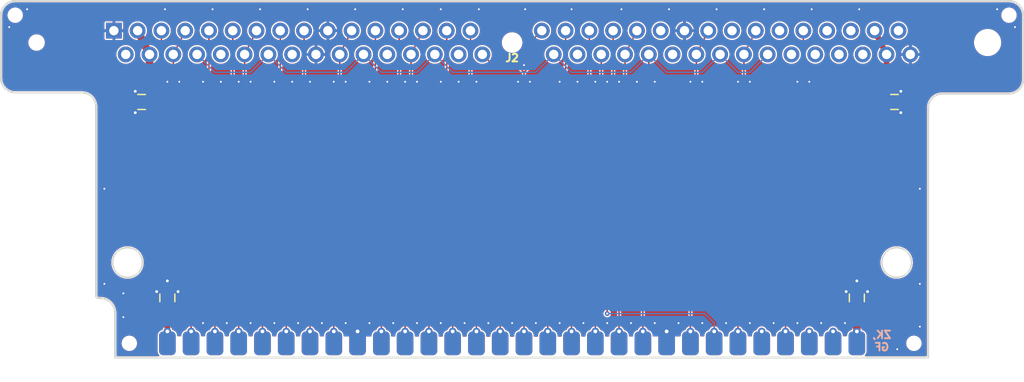
<source format=kicad_pcb>
(kicad_pcb (version 20211014) (generator pcbnew)
  (title_block (title "GW4192A") (date "2021-06-19") (rev "1.0-SOP") (company "Garrett's Workshop"))
  (layers (0 "F.Cu" signal) (31 "B.Cu" signal) (34 "B.Paste" user) (35 "F.Paste" user) (36 "B.SilkS" user "B.Silkscreen") (37 "F.SilkS" user "F.Silkscreen") (38 "B.Mask" user) (39 "F.Mask" user) (44 "Edge.Cuts" user))
  (net 0 "")
  (net 1 "+5V")
  (net 2 "/D0")
  (net 3 "/D1")
  (net 4 "/~{WE}")
  (net 5 "/~{RAS}")
  (net 6 "/~{CAS}")
  (net 7 "/D2")
  (net 8 "/D3")
  (net 9 "GND")
  (net 10 "/D4")
  (net 11 "/D5")
  (net 12 "/D6")
  (net 13 "/D7")
  (net 14 "/QP")
  (net 15 "/~{CASP}")
  (net 16 "/DP")
  (net 17 "/A0")
  (net 18 "/A1")
  (net 19 "/A2")
  (net 20 "/A3")
  (net 21 "/A4")
  (net 22 "/A5")
  (net 23 "/A6")
  (net 24 "/A7")
  (net 25 "/A8")
  (net 26 "/A9")
  (net 27 "/A10")
  (net 28 "/A11")
  (net 38 "/~{Q}B")
  (net 42 "/PQ")
  (net 43 "/~{WWP}")
  (net 44 "/PDCI")
  (net 45 "/PDCO")
  (footprint "stdpads:SIMM-30_Edge" (layer "F.Cu") (at 120.65 99.822)
    (fp_text reference "J1")
    (fp_text value "DRAM-SIMM-30")
    (pad "1" smd roundrect locked (at -36.83 0.254) (size 1.778 2.54) (layers "B.Cu" "B.Mask") (net 1 "+5V"))
    (pad "1" thru_hole circle locked (at -36.83 -1.016) (size 0.8 0.8) (drill 0.4) (layers *.Cu *.Mask) (net 1 "+5V"))
    (pad "1" smd roundrect locked (at -36.83 0.254) (size 1.778 2.54) (layers "F.Cu" "F.Mask") (net 1 "+5V"))
    (pad "2" smd roundrect locked (at -34.29 0.254) (size 1.778 2.54) (layers "F.Cu" "F.Mask") (net 6 "/~{CAS}"))
    (pad "2" smd roundrect locked (at -34.29 0.254) (size 1.778 2.54) (layers "B.Cu" "B.Mask") (net 6 "/~{CAS}"))
    (pad "2" thru_hole circle locked (at -34.29 -1.016) (size 0.8 0.8) (drill 0.4) (layers *.Cu *.Mask) (net 6 "/~{CAS}"))
    (pad "3" smd roundrect locked (at -31.75 0.254) (size 1.778 2.54) (layers "B.Cu" "B.Mask") (net 2 "/D0"))
    (pad "3" smd roundrect locked (at -31.75 0.254) (size 1.778 2.54) (layers "F.Cu" "F.Mask") (net 2 "/D0"))
    (pad "3" thru_hole circle locked (at -31.75 -1.016) (size 0.8 0.8) (drill 0.4) (layers *.Cu *.Mask) (net 2 "/D0"))
    (pad "4" thru_hole circle locked (at -29.21 -1.016) (size 0.8 0.8) (drill 0.4) (layers *.Cu *.Mask) (net 17 "/A0"))
    (pad "4" smd roundrect locked (at -29.21 0.254) (size 1.778 2.54) (layers "B.Cu" "B.Mask") (net 17 "/A0"))
    (pad "4" smd roundrect locked (at -29.21 0.254) (size 1.778 2.54) (layers "F.Cu" "F.Mask") (net 17 "/A0"))
    (pad "5" thru_hole circle locked (at -26.67 -1.016) (size 0.8 0.8) (drill 0.4) (layers *.Cu *.Mask) (net 18 "/A1"))
    (pad "5" smd roundrect locked (at -26.67 0.254) (size 1.778 2.54) (layers "F.Cu" "F.Mask") (net 18 "/A1"))
    (pad "5" smd roundrect locked (at -26.67 0.254) (size 1.778 2.54) (layers "B.Cu" "B.Mask") (net 18 "/A1"))
    (pad "6" smd roundrect locked (at -24.13 0.254) (size 1.778 2.54) (layers "F.Cu" "F.Mask") (net 3 "/D1"))
    (pad "6" thru_hole circle locked (at -24.13 -1.016) (size 0.8 0.8) (drill 0.4) (layers *.Cu *.Mask) (net 3 "/D1"))
    (pad "6" smd roundrect locked (at -24.13 0.254) (size 1.778 2.54) (layers "B.Cu" "B.Mask") (net 3 "/D1"))
    (pad "7" smd roundrect locked (at -21.59 0.254) (size 1.778 2.54) (layers "F.Cu" "F.Mask") (net 19 "/A2"))
    (pad "7" smd roundrect locked (at -21.59 0.254) (size 1.778 2.54) (layers "B.Cu" "B.Mask") (net 19 "/A2"))
    (pad "7" thru_hole circle locked (at -21.59 -1.016) (size 0.8 0.8) (drill 0.4) (layers *.Cu *.Mask) (net 19 "/A2"))
    (pad "8" thru_hole circle locked (at -19.05 -1.016) (size 0.8 0.8) (drill 0.4) (layers *.Cu *.Mask) (net 20 "/A3"))
    (pad "8" smd roundrect locked (at -19.05 0.254) (size 1.778 2.54) (layers "F.Cu" "F.Mask") (net 20 "/A3"))
    (pad "8" smd roundrect locked (at -19.05 0.254) (size 1.778 2.54) (layers "B.Cu" "B.Mask") (net 20 "/A3"))
    (pad "9" smd roundrect locked (at -16.51 0.254) (size 1.778 2.54) (layers "B.Cu" "B.Mask") (net 9 "GND"))
    (pad "9" thru_hole circle locked (at -16.51 -1.016) (size 0.8 0.8) (drill 0.4) (layers *.Cu *.Mask) (net 9 "GND"))
    (pad "9" smd roundrect locked (at -16.51 0.254) (size 1.778 2.54) (layers "F.Cu" "F.Mask") (net 9 "GND"))
    (pad "10" smd roundrect locked (at -13.97 0.254) (size 1.778 2.54) (layers "F.Cu" "F.Mask") (net 7 "/D2"))
    (pad "10" thru_hole circle locked (at -13.97 -1.016) (size 0.8 0.8) (drill 0.4) (layers *.Cu *.Mask) (net 7 "/D2"))
    (pad "10" smd roundrect locked (at -13.97 0.254) (size 1.778 2.54) (layers "B.Cu" "B.Mask") (net 7 "/D2"))
    (pad "11" smd roundrect locked (at -11.43 0.254) (size 1.778 2.54) (layers "B.Cu" "B.Mask") (net 21 "/A4"))
    (pad "11" smd roundrect locked (at -11.43 0.254) (size 1.778 2.54) (layers "F.Cu" "F.Mask") (net 21 "/A4"))
    (pad "11" thru_hole circle locked (at -11.43 -1.016) (size 0.8 0.8) (drill 0.4) (layers *.Cu *.Mask) (net 21 "/A4"))
    (pad "12" smd roundrect locked (at -8.89 0.254) (size 1.778 2.54) (layers "B.Cu" "B.Mask") (net 22 "/A5"))
    (pad "12" smd roundrect locked (at -8.89 0.254) (size 1.778 2.54) (layers "F.Cu" "F.Mask") (net 22 "/A5"))
    (pad "12" thru_hole circle locked (at -8.89 -1.016) (size 0.8 0.8) (drill 0.4) (layers *.Cu *.Mask) (net 22 "/A5"))
    (pad "13" smd roundrect locked (at -6.35 0.254) (size 1.778 2.54) (layers "F.Cu" "F.Mask") (net 8 "/D3"))
    (pad "13" smd roundrect locked (at -6.35 0.254) (size 1.778 2.54) (layers "B.Cu" "B.Mask") (net 8 "/D3"))
    (pad "13" thru_hole circle locked (at -6.35 -1.016) (size 0.8 0.8) (drill 0.4) (layers *.Cu *.Mask) (net 8 "/D3"))
    (pad "14" smd roundrect locked (at -3.81 0.254) (size 1.778 2.54) (layers "B.Cu" "B.Mask") (net 23 "/A6"))
    (pad "14" thru_hole circle locked (at -3.81 -1.016) (size 0.8 0.8) (drill 0.4) (layers *.Cu *.Mask) (net 23 "/A6"))
    (pad "14" smd roundrect locked (at -3.81 0.254) (size 1.778 2.54) (layers "F.Cu" "F.Mask") (net 23 "/A6"))
    (pad "15" smd roundrect locked (at -1.27 0.254) (size 1.778 2.54) (layers "F.Cu" "F.Mask") (net 24 "/A7"))
    (pad "15" smd roundrect locked (at -1.27 0.254) (size 1.778 2.54) (layers "B.Cu" "B.Mask") (net 24 "/A7"))
    (pad "15" thru_hole circle locked (at -1.27 -1.016) (size 0.8 0.8) (drill 0.4) (layers *.Cu *.Mask) (net 24 "/A7"))
    (pad "16" smd roundrect locked (at 1.27 0.254) (size 1.778 2.54) (layers "B.Cu" "B.Mask") (net 10 "/D4"))
    (pad "16" smd roundrect locked (at 1.27 0.254) (size 1.778 2.54) (layers "F.Cu" "F.Mask") (net 10 "/D4"))
    (pad "16" thru_hole circle locked (at 1.27 -1.016) (size 0.8 0.8) (drill 0.4) (layers *.Cu *.Mask) (net 10 "/D4"))
    (pad "17" smd roundrect locked (at 3.81 0.254) (size 1.778 2.54) (layers "B.Cu" "B.Mask") (net 25 "/A8"))
    (pad "17" thru_hole circle locked (at 3.81 -1.016) (size 0.8 0.8) (drill 0.4) (layers *.Cu *.Mask) (net 25 "/A8"))
    (pad "17" smd roundrect locked (at 3.81 0.254) (size 1.778 2.54) (layers "F.Cu" "F.Mask") (net 25 "/A8"))
    (pad "18" smd roundrect locked (at 6.35 0.254) (size 1.778 2.54) (layers "F.Cu" "F.Mask") (net 26 "/A9"))
    (pad "18" thru_hole circle locked (at 6.35 -1.016) (size 0.8 0.8) (drill 0.4) (layers *.Cu *.Mask) (net 26 "/A9"))
    (pad "18" smd roundrect locked (at 6.35 0.254) (size 1.778 2.54) (layers "B.Cu" "B.Mask") (net 26 "/A9"))
    (pad "19" smd roundrect locked (at 8.89 0.254) (size 1.778 2.54) (layers "B.Cu" "B.Mask") (net 27 "/A10"))
    (pad "19" thru_hole circle locked (at 8.89 -1.016) (size 0.8 0.8) (drill 0.4) (layers *.Cu *.Mask) (net 27 "/A10"))
    (pad "19" smd roundrect locked (at 8.89 0.254) (size 1.778 2.54) (layers "F.Cu" "F.Mask") (net 27 "/A10"))
    (pad "20" smd roundrect locked (at 11.43 0.254) (size 1.778 2.54) (layers "F.Cu" "F.Mask") (net 11 "/D5"))
    (pad "20" thru_hole circle locked (at 11.43 -1.016) (size 0.8 0.8) (drill 0.4) (layers *.Cu *.Mask) (net 11 "/D5"))
    (pad "20" smd roundrect locked (at 11.43 0.254) (size 1.778 2.54) (layers "B.Cu" "B.Mask") (net 11 "/D5"))
    (pad "21" thru_hole circle locked (at 13.97 -1.016) (size 0.8 0.8) (drill 0.4) (layers *.Cu *.Mask) (net 4 "/~{WE}"))
    (pad "21" smd roundrect locked (at 13.97 0.254) (size 1.778 2.54) (layers "F.Cu" "F.Mask") (net 4 "/~{WE}"))
    (pad "21" smd roundrect locked (at 13.97 0.254) (size 1.778 2.54) (layers "B.Cu" "B.Mask") (net 4 "/~{WE}"))
    (pad "22" smd roundrect locked (at 16.51 0.254) (size 1.778 2.54) (layers "B.Cu" "B.Mask") (net 9 "GND"))
    (pad "22" thru_hole circle locked (at 16.51 -1.016) (size 0.8 0.8) (drill 0.4) (layers *.Cu *.Mask) (net 9 "GND"))
    (pad "22" smd roundrect locked (at 16.51 0.254) (size 1.778 2.54) (layers "F.Cu" "F.Mask") (net 9 "GND"))
    (pad "23" thru_hole circle locked (at 19.05 -1.016) (size 0.8 0.8) (drill 0.4) (layers *.Cu *.Mask) (net 12 "/D6"))
    (pad "23" smd roundrect locked (at 19.05 0.254) (size 1.778 2.54) (layers "B.Cu" "B.Mask") (net 12 "/D6"))
    (pad "23" smd roundrect locked (at 19.05 0.254) (size 1.778 2.54) (layers "F.Cu" "F.Mask") (net 12 "/D6"))
    (pad "24" smd roundrect locked (at 21.59 0.254) (size 1.778 2.54) (layers "B.Cu" "B.Mask") (net 28 "/A11"))
    (pad "24" smd roundrect locked (at 21.59 0.254) (size 1.778 2.54) (layers "F.Cu" "F.Mask") (net 28 "/A11"))
    (pad "24" thru_hole circle locked (at 21.59 -1.016) (size 0.8 0.8) (drill 0.4) (layers *.Cu *.Mask) (net 28 "/A11"))
    (pad "25" smd roundrect locked (at 24.13 0.254) (size 1.778 2.54) (layers "B.Cu" "B.Mask") (net 13 "/D7"))
    (pad "25" smd roundrect locked (at 24.13 0.254) (size 1.778 2.54) (layers "F.Cu" "F.Mask") (net 13 "/D7"))
    (pad "25" thru_hole circle locked (at 24.13 -1.016) (size 0.8 0.8) (drill 0.4) (layers *.Cu *.Mask) (net 13 "/D7"))
    (pad "26" smd roundrect locked (at 26.67 0.254) (size 1.778 2.54) (layers "B.Cu" "B.Mask") (net 14 "/QP"))
    (pad "26" thru_hole circle locked (at 26.67 -1.016) (size 0.8 0.8) (drill 0.4) (layers *.Cu *.Mask) (net 14 "/QP"))
    (pad "26" smd roundrect locked (at 26.67 0.254) (size 1.778 2.54) (layers "F.Cu" "F.Mask") (net 14 "/QP"))
    (pad "27" smd roundrect locked (at 29.21 0.254) (size 1.778 2.54) (layers "F.Cu" "F.Mask") (net 5 "/~{RAS}"))
    (pad "27" thru_hole circle locked (at 29.21 -1.016) (size 0.8 0.8) (drill 0.4) (layers *.Cu *.Mask) (net 5 "/~{RAS}"))
    (pad "27" smd roundrect locked (at 29.21 0.254) (size 1.778 2.54) (layers "B.Cu" "B.Mask") (net 5 "/~{RAS}"))
    (pad "28" smd roundrect locked (at 31.75 0.254) (size 1.778 2.54) (layers "B.Cu" "B.Mask") (net 15 "/~{CASP}"))
    (pad "28" thru_hole circle locked (at 31.75 -1.016) (size 0.8 0.8) (drill 0.4) (layers *.Cu *.Mask) (net 15 "/~{CASP}"))
    (pad "28" smd roundrect locked (at 31.75 0.254) (size 1.778 2.54) (layers "F.Cu" "F.Mask") (net 15 "/~{CASP}"))
    (pad "29" smd roundrect locked (at 34.29 0.254) (size 1.778 2.54) (layers "F.Cu" "F.Mask") (net 16 "/DP"))
    (pad "29" thru_hole circle locked (at 34.29 -1.016) (size 0.8 0.8) (drill 0.4) (layers *.Cu *.Mask) (net 16 "/DP"))
    (pad "29" smd roundrect locked (at 34.29 0.254) (size 1.778 2.54) (layers "B.Cu" "B.Mask") (net 16 "/DP"))
    (pad "30" thru_hole circle locked (at 36.83 -1.016) (size 0.8 0.8) (drill 0.4) (layers *.Cu *.Mask) (net 1 "+5V"))
    (pad "30" smd roundrect locked (at 36.83 0.254) (size 1.778 2.54) (layers "B.Cu" "B.Mask") (net 1 "+5V"))
    (pad "30" smd roundrect locked (at 36.83 0.254) (size 1.778 2.54) (layers "F.Cu" "F.Mask") (net 1 "+5V"))
  )
  (footprint "stdpads:C_0805" (layer "F.Cu") (at 83.82 95.2255 90)
    (fp_text reference "C1")
    (fp_text value "2u2")
    (fp_line (start -0.4064 0.8) (end 0.4064 0.8) (layer "F.SilkS") (width 0.1524))
    (fp_line (start -0.4064 -0.8) (end 0.4064 -0.8) (layer "F.SilkS") (width 0.1524))
    (pad "1" smd roundrect locked (at -0.85 0 90) (size 1.05 1.4) (layers "F.Cu" "F.Paste" "F.Mask") (net 1 "+5V"))
    (pad "2" smd roundrect locked (at 0.85 0 90) (size 1.05 1.4) (layers "F.Cu" "F.Paste" "F.Mask") (net 9 "GND"))
  )
  (footprint "stdpads:C_0805" (layer "F.Cu") (at 157.48 95.2255 90)
    (fp_text reference "C2")
    (fp_text value "2u2")
    (fp_line (start -0.4064 -0.8) (end 0.4064 -0.8) (layer "F.SilkS") (width 0.1524))
    (fp_line (start -0.4064 0.8) (end 0.4064 0.8) (layer "F.SilkS") (width 0.1524))
    (pad "1" smd roundrect locked (at -0.85 0 90) (size 1.05 1.4) (layers "F.Cu" "F.Paste" "F.Mask") (net 1 "+5V"))
    (pad "2" smd roundrect locked (at 0.85 0 90) (size 1.05 1.4) (layers "F.Cu" "F.Paste" "F.Mask") (net 9 "GND"))
  )
  (footprint "stdpads:PasteHole_1.152mm_NPTH" (layer "F.Cu") (at 173.736 65.024)
    (fp_text reference "H2")
    (fp_text value "MountingHole" hide)
    (pad "" np_thru_hole circle locked (at 0 0) (size 1.152 1.152) (drill 1.152) (layers *.Cu *.Mask))
  )
  (footprint "stdpads:PasteHole_1.152mm_NPTH" (layer "F.Cu") (at 67.564 65.024)
    (fp_text reference "H1")
    (fp_text value "MountingHole" hide)
    (pad "" np_thru_hole circle locked (at 0 0) (size 1.152 1.152) (drill 1.152) (layers *.Cu *.Mask))
  )
  (footprint "stdpads:PasteHole_1.152mm_NPTH" (layer "F.Cu") (at 79.756 100.076)
    (fp_text reference "H4")
    (fp_text value "MountingHole" hide)
    (pad "" np_thru_hole circle locked (at 0 0) (size 1.152 1.152) (drill 1.152) (layers *.Cu *.Mask))
  )
  (footprint "stdpads:PasteHole_1.152mm_NPTH" (layer "F.Cu") (at 163.576 100.076)
    (fp_text reference "H3")
    (fp_text value "MountingHole" hide)
    (pad "" np_thru_hole circle locked (at 0 0) (size 1.152 1.152) (drill 1.152) (layers *.Cu *.Mask))
  )
  (footprint "stdpads:C_0805" (layer "F.Cu") (at 161.505 74.295)
    (fp_text reference "C4")
    (fp_text value "2u2")
    (fp_line (start -0.4064 -0.8) (end 0.4064 -0.8) (layer "F.SilkS") (width 0.1524))
    (fp_line (start -0.4064 0.8) (end 0.4064 0.8) (layer "F.SilkS") (width 0.1524))
    (pad "1" smd roundrect locked (at -0.85 0) (size 1.05 1.4) (layers "F.Cu" "F.Paste" "F.Mask") (net 1 "+5V"))
    (pad "2" smd roundrect locked (at 0.85 0) (size 1.05 1.4) (layers "F.Cu" "F.Paste" "F.Mask") (net 9 "GND"))
  )
  (footprint "stdpads:C_0805" (layer "F.Cu") (at 81.065 74.295 180)
    (fp_text reference "C3")
    (fp_text value "2u2")
    (fp_line (start -0.4064 0.8) (end 0.4064 0.8) (layer "F.SilkS") (width 0.1524))
    (fp_line (start -0.4064 -0.8) (end 0.4064 -0.8) (layer "F.SilkS") (width 0.1524))
    (pad "1" smd roundrect locked (at -0.85 0 180) (size 1.05 1.4) (layers "F.Cu" "F.Paste" "F.Mask") (net 1 "+5V"))
    (pad "2" smd roundrect locked (at 0.85 0 180) (size 1.05 1.4) (layers "F.Cu" "F.Paste" "F.Mask") (net 9 "GND"))
  )
  (footprint "stdpads:SIMM-64_Socket_TH_P1.27mm" (layer "F.Cu") (at 120.65 67.945 180)
    (fp_text reference "J2" (at 0 -1.651) (layer "F.SilkS") (effects (font (size 0.8128 0.8128) (thickness 0.2032))))
    (fp_text value "IIfxRAM")
    (pad "" np_thru_hole circle locked (at 0 0 180) (size 1.71 1.71) (drill 1.71) (layers *.Cu *.Mask))
    (pad "" np_thru_hole circle locked (at -50.8 0 180) (size 2.41 2.41) (drill 2.41) (layers *.Cu *.Mask))
    (pad "" np_thru_hole circle locked (at 50.8 0 180) (size 1.27 1.27) (drill 1.27) (layers *.Cu *.Mask))
    (pad "1" thru_hole rect locked (at 42.545 1.27 90) (size 1.7 1.7) (drill 1) (layers *.Cu *.Mask) (net 9 "GND"))
    (pad "2" thru_hole oval locked (at 41.275 -1.27 90) (size 1.7 1.7) (drill 1) (layers *.Cu *.Mask))
    (pad "3" thru_hole oval locked (at 40.005 1.27 90) (size 1.7 1.7) (drill 1) (layers *.Cu *.Mask) (net 1 "+5V"))
    (pad "4" thru_hole oval locked (at 38.735 -1.27 90) (size 1.7 1.7) (drill 1) (layers *.Cu *.Mask) (net 1 "+5V"))
    (pad "5" thru_hole oval locked (at 37.465 1.27 90) (size 1.7 1.7) (drill 1) (layers *.Cu *.Mask) (net 6 "/~{CAS}"))
    (pad "6" thru_hole oval locked (at 36.195 -1.27 90) (size 1.7 1.7) (drill 1) (layers *.Cu *.Mask) (net 2 "/D0"))
    (pad "7" thru_hole oval locked (at 34.925 1.27 90) (size 1.7 1.7) (drill 1) (layers *.Cu *.Mask) (net 2 "/D0"))
    (pad "8" thru_hole oval locked (at 33.655 -1.27 90) (size 1.7 1.7) (drill 1) (layers *.Cu *.Mask) (net 4 "/~{WE}"))
    (pad "9" thru_hole oval locked (at 32.385 1.27 90) (size 1.7 1.7) (drill 1) (layers *.Cu *.Mask) (net 17 "/A0"))
    (pad "10" thru_hole oval locked (at 31.115 -1.27 90) (size 1.7 1.7) (drill 1) (layers *.Cu *.Mask))
    (pad "11" thru_hole oval locked (at 29.845 1.27 90) (size 1.7 1.7) (drill 1) (layers *.Cu *.Mask) (net 18 "/A1"))
    (pad "12" thru_hole oval locked (at 28.575 -1.27 90) (size 1.7 1.7) (drill 1) (layers *.Cu *.Mask) (net 3 "/D1"))
    (pad "13" thru_hole oval locked (at 27.305 1.27 90) (size 1.7 1.7) (drill 1) (layers *.Cu *.Mask) (net 3 "/D1"))
    (pad "14" thru_hole oval locked (at 26.035 -1.27 90) (size 1.7 1.7) (drill 1) (layers *.Cu *.Mask) (net 4 "/~{WE}"))
    (pad "15" thru_hole oval locked (at 24.765 1.27 90) (size 1.7 1.7) (drill 1) (layers *.Cu *.Mask) (net 19 "/A2"))
    (pad "16" thru_hole oval locked (at 23.495 -1.27 90) (size 1.7 1.7) (drill 1) (layers *.Cu *.Mask))
    (pad "17" thru_hole oval locked (at 22.225 1.27 90) (size 1.7 1.7) (drill 1) (layers *.Cu *.Mask) (net 20 "/A3"))
    (pad "18" thru_hole oval locked (at 20.955 -1.27 90) (size 1.7 1.7) (drill 1) (layers *.Cu *.Mask) (net 9 "GND"))
    (pad "19" thru_hole oval locked (at 19.685 1.27 90) (size 1.7 1.7) (drill 1) (layers *.Cu *.Mask) (net 9 "GND"))
    (pad "20" thru_hole oval locked (at 18.415 -1.27 90) (size 1.7 1.7) (drill 1) (layers *.Cu *.Mask) (net 7 "/D2"))
    (pad "21" thru_hole oval locked (at 17.145 1.27 90) (size 1.7 1.7) (drill 1) (layers *.Cu *.Mask) (net 7 "/D2"))
    (pad "22" thru_hole oval locked (at 15.875 -1.27 90) (size 1.7 1.7) (drill 1) (layers *.Cu *.Mask) (net 4 "/~{WE}"))
    (pad "23" thru_hole oval locked (at 14.605 1.27 90) (size 1.7 1.7) (drill 1) (layers *.Cu *.Mask) (net 21 "/A4"))
    (pad "24" thru_hole oval locked (at 13.335 -1.27 90) (size 1.7 1.7) (drill 1) (layers *.Cu *.Mask))
    (pad "25" thru_hole oval locked (at 12.065 1.27 90) (size 1.7 1.7) (drill 1) (layers *.Cu *.Mask) (net 22 "/A5"))
    (pad "26" thru_hole oval locked (at 10.795 -1.27 90) (size 1.7 1.7) (drill 1) (layers *.Cu *.Mask) (net 8 "/D3"))
    (pad "27" thru_hole oval locked (at 9.525 1.27 90) (size 1.7 1.7) (drill 1) (layers *.Cu *.Mask) (net 8 "/D3"))
    (pad "28" thru_hole oval locked (at 8.255 -1.27 90) (size 1.7 1.7) (drill 1) (layers *.Cu *.Mask) (net 4 "/~{WE}"))
    (pad "29" thru_hole oval locked (at 6.985 1.27 90) (size 1.7 1.7) (drill 1) (layers *.Cu *.Mask) (net 23 "/A6"))
    (pad "30" thru_hole oval locked (at 5.715 -1.27 90) (size 1.7 1.7) (drill 1) (layers *.Cu *.Mask))
    (pad "31" thru_hole oval locked (at 4.445 1.27 90) (size 1.7 1.7) (drill 1) (layers *.Cu *.Mask) (net 24 "/A7"))
    (pad "32" thru_hole oval locked (at 3.175 -1.27 90) (size 1.7 1.7) (drill 1) (layers *.Cu *.Mask) (net 10 "/D4"))
    (pad "33" thru_hole oval locked (at -3.175 1.27 90) (size 1.7 1.7) (drill 1) (layers *.Cu *.Mask) (net 10 "/D4"))
    (pad "34" thru_hole oval locked (at -4.445 -1.27 90) (size 1.7 1.7) (drill 1) (layers *.Cu *.Mask) (net 4 "/~{WE}"))
    (pad "35" thru_hole oval locked (at -5.715 1.27 90) (size 1.7 1.7) (drill 1) (layers *.Cu *.Mask) (net 25 "/A8"))
    (pad "36" thru_hole oval locked (at -6.985 -1.27 90) (size 1.7 1.7) (drill 1) (layers *.Cu *.Mask))
    (pad "37" thru_hole oval locked (at -8.255 1.27 90) (size 1.7 1.7) (drill 1) (layers *.Cu *.Mask) (net 26 "/A9"))
    (pad "38" thru_hole oval locked (at -9.525 -1.27 90) (size 1.7 1.7) (drill 1) (layers *.Cu *.Mask) (net 27 "/A10"))
    (pad "39" thru_hole oval locked (at -10.795 1.27 90) (size 1.7 1.7) (drill 1) (layers *.Cu *.Mask) (net 28 "/A11"))
    (pad "40" thru_hole oval locked (at -12.065 -1.27 90) (size 1.7 1.7) (drill 1) (layers *.Cu *.Mask) (net 11 "/D5"))
    (pad "41" thru_hole oval locked (at -13.335 1.27 90) (size 1.7 1.7) (drill 1) (layers *.Cu *.Mask) (net 11 "/D5"))
    (pad "42" thru_hole oval locked (at -14.605 -1.27 90) (size 1.7 1.7) (drill 1) (layers *.Cu *.Mask) (net 4 "/~{WE}"))
    (pad "43" thru_hole oval locked (at -15.875 1.27 90) (size 1.7 1.7) (drill 1) (layers *.Cu *.Mask))
    (pad "44" thru_hole oval locked (at -17.145 -1.27 90) (size 1.7 1.7) (drill 1) (layers *.Cu *.Mask))
    (pad "45" thru_hole oval locked (at -18.415 1.27 90) (size 1.7 1.7) (drill 1) (layers *.Cu *.Mask) (net 9 "GND"))
    (pad "46" thru_hole oval locked (at -19.685 -1.27 90) (size 1.7 1.7) (drill 1) (layers *.Cu *.Mask) (net 12 "/D6"))
    (pad "47" thru_hole oval locked (at -20.955 1.27 90) (size 1.7 1.7) (drill 1) (layers *.Cu *.Mask) (net 12 "/D6"))
    (pad "48" thru_hole oval locked (at -22.225 -1.27 90) (size 1.7 1.7) (drill 1) (layers *.Cu *.Mask) (net 4 "/~{WE}"))
    (pad "49" thru_hole oval locked (at -23.495 1.27 90) (size 1.7 1.7) (drill 1) (layers *.Cu *.Mask))
    (pad "50" thru_hole oval locked (at -24.765 -1.27 90) (size 1.7 1.7) (drill 1) (layers *.Cu *.Mask) (net 13 "/D7"))
    (pad "51" thru_hole oval locked (at -26.035 1.27 90) (size 1.7 1.7) (drill 1) (layers *.Cu *.Mask) (net 13 "/D7"))
    (pad "52" thru_hole oval locked (at -27.305 -1.27 90) (size 1.7 1.7) (drill 1) (layers *.Cu *.Mask) (net 4 "/~{WE}"))
    (pad "53" thru_hole oval locked (at -28.575 1.27 90) (size 1.7 1.7) (drill 1) (layers *.Cu *.Mask) (net 38 "/~{Q}B"))
    (pad "54" thru_hole oval locked (at -29.845 -1.27 90) (size 1.7 1.7) (drill 1) (layers *.Cu *.Mask))
    (pad "55" thru_hole oval locked (at -31.115 1.27 90) (size 1.7 1.7) (drill 1) (layers *.Cu *.Mask) (net 5 "/~{RAS}"))
    (pad "56" thru_hole oval locked (at -32.385 -1.27 90) (size 1.7 1.7) (drill 1) (layers *.Cu *.Mask))
    (pad "57" thru_hole oval locked (at -33.655 1.27 90) (size 1.7 1.7) (drill 1) (layers *.Cu *.Mask))
    (pad "58" thru_hole oval locked (at -34.925 -1.27 90) (size 1.7 1.7) (drill 1) (layers *.Cu *.Mask) (net 42 "/PQ"))
    (pad "59" thru_hole oval locked (at -36.195 1.27 90) (size 1.7 1.7) (drill 1) (layers *.Cu *.Mask) (net 43 "/~{WWP}"))
    (pad "60" thru_hole oval locked (at -37.465 -1.27 90) (size 1.7 1.7) (drill 1) (layers *.Cu *.Mask) (net 44 "/PDCI"))
    (pad "61" thru_hole oval locked (at -38.735 1.27 90) (size 1.7 1.7) (drill 1) (layers *.Cu *.Mask) (net 1 "+5V"))
    (pad "62" thru_hole oval locked (at -40.005 -1.27 90) (size 1.7 1.7) (drill 1) (layers *.Cu *.Mask) (net 1 "+5V"))
    (pad "63" thru_hole oval locked (at -41.275 1.27 90) (size 1.7 1.7) (drill 1) (layers *.Cu *.Mask) (net 45 "/PDCO"))
    (pad "64" thru_hole oval locked (at -42.545 -1.27 90) (size 1.7 1.7) (drill 1) (layers *.Cu *.Mask) (net 9 "GND"))
  )
  (gr_line (start 76.2 94.996) (end 76.2 74.803) (layer "Edge.Cuts") (width 0.2))
  (gr_circle (center 161.7345 91.44) (end 163.322 91.44) (layer "Edge.Cuts") (width 0.15) (fill none))
  (gr_arc (start 173.736 63.5) (mid 174.813631 63.946369) (end 175.26 65.024) (layer "Edge.Cuts") (width 0.2))
  (gr_arc (start 66.04 65.024) (mid 66.486369 63.946369) (end 67.564 63.5) (layer "Edge.Cuts") (width 0.2))
  (gr_line (start 76.6445 95.25) (end 76.454 95.25) (layer "Edge.Cuts") (width 0.2))
  (gr_line (start 78.232 101.6) (end 78.232 96.8375) (layer "Edge.Cuts") (width 0.2))
  (gr_arc (start 76.454 95.25) (mid 76.274395 95.175605) (end 76.2 94.996) (layer "Edge.Cuts") (width 0.2))
  (gr_arc (start 76.6445 95.25) (mid 77.767032 95.714968) (end 78.232 96.8375) (layer "Edge.Cuts") (width 0.2))
  (gr_arc (start 175.26 71.882) (mid 174.813631 72.959631) (end 173.736 73.406) (layer "Edge.Cuts") (width 0.2))
  (gr_line (start 175.26 65.024) (end 175.26 71.882) (layer "Edge.Cuts") (width 0.2))
  (gr_arc (start 165.1 74.93) (mid 165.546369 73.852369) (end 166.624 73.406) (layer "Edge.Cuts") (width 0.2))
  (gr_line (start 173.736 73.406) (end 166.624 73.406) (layer "Edge.Cuts") (width 0.2))
  (gr_line (start 66.04 65.024) (end 66.04 71.755) (layer "Edge.Cuts") (width 0.2))
  (gr_line (start 67.564 73.279) (end 74.676 73.279) (layer "Edge.Cuts") (width 0.2))
  (gr_arc (start 67.564 73.279) (mid 66.486369 72.832631) (end 66.04 71.755) (layer "Edge.Cuts") (width 0.2))
  (gr_arc (start 74.676 73.279) (mid 75.753631 73.725369) (end 76.2 74.803) (layer "Edge.Cuts") (width 0.2))
  (gr_circle (center 79.5655 91.44) (end 77.978 91.44) (layer "Edge.Cuts") (width 0.15) (fill none))
  (gr_line (start 165.1 74.93) (end 165.1 101.6) (layer "Edge.Cuts") (width 0.2))
  (gr_line (start 165.1 101.6) (end 78.232 101.6) (layer "Edge.Cuts") (width 0.2))
  (gr_line (start 67.564 63.5) (end 173.736 63.5) (layer "Edge.Cuts") (width 0.2))
  (gr_text "ZK,\nGF" (at 160.147 99.822) (layer "B.SilkS") (effects (font (size 0.8128 0.8128) (thickness 0.2032)) (justify mirror)))
  (segment (start 81.788 94.107) (end 81.788 94.996) (width 0.6) (layer "F.Cu") (net 1))
  (segment (start 83.82 98.806) (end 83.82 96.0755) (width 0.6) (layer "F.Cu") (net 1))
  (segment (start 80.645 66.675) (end 81.915 69.215) (width 0.8) (layer "F.Cu") (net 1))
  (segment (start 157.48 96.0755) (end 157.48 98.806) (width 0.8) (layer "F.Cu") (net 1))
  (segment (start 81.915 74.295) (end 81.915 75.438) (width 0.6) (layer "F.Cu") (net 1))
  (segment (start 160.655 88.519) (end 160.655 74.295) (width 0.8) (layer "F.Cu") (net 1))
  (segment (start 156.4005 96.0755) (end 155.321 94.996) (width 0.8) (layer "F.Cu") (net 1))
  (segment (start 81.915 75.438) (end 82.2325 75.7555) (width 0.6) (layer "F.Cu") (net 1))
  (segment (start 82.2325 75.7555) (end 82.2325 93.6625) (width 0.6) (layer "F.Cu") (net 1))
  (segment (start 160.655 74.295) (end 160.655 69.215) (width 0.6) (layer "F.Cu") (net 1))
  (segment (start 160.655 69.215) (end 159.385 66.675) (width 0.6) (layer "F.Cu") (net 1))
  (segment (start 155.321 94.996) (end 155.321 93.853) (width 0.8) (layer "F.Cu") (net 1))
  (segment (start 81.788 94.996) (end 82.8675 96.0755) (width 0.6) (layer "F.Cu") (net 1))
  (segment (start 156.4005 96.0755) (end 157.48 96.0755) (width 0.8) (layer "F.Cu") (net 1))
  (segment (start 82.2325 93.6625) (end 81.788 94.107) (width 0.6) (layer "F.Cu") (net 1))
  (segment (start 82.8675 96.0755) (end 83.82 96.0755) (width 0.6) (layer "F.Cu") (net 1))
  (segment (start 155.321 93.853) (end 160.655 88.519) (width 0.8) (layer "F.Cu") (net 1))
  (segment (start 81.915 69.215) (end 81.915 74.295) (width 0.8) (layer "F.Cu") (net 1))
  (segment (start 88.9 98.806) (end 88.9 95.25) (width 0.1524) (layer "F.Cu") (net 2))
  (segment (start 88.9 95.25) (end 84.455 90.805) (width 0.1524) (layer "F.Cu") (net 2))
  (segment (start 84.455 90.805) (end 84.455 69.215) (width 0.1524) (layer "F.Cu") (net 2))
  (segment (start 88.9 100.076) (end 88.9 98.806) (width 0.1524) (layer "F.Cu") (net 2))
  (segment (start 85.725 66.675) (end 84.455 69.215) (width 0.1524) (layer "F.Cu") (net 2))
  (segment (start 93.345 66.675) (end 92.075 69.215) (width 0.1524) (layer "F.Cu") (net 3))
  (segment (start 92.075 69.215) (end 92.075 91.44) (width 0.1524) (layer "F.Cu") (net 3))
  (segment (start 96.52 100.076) (end 96.52 98.552) (width 0.1524) (layer "F.Cu") (net 3))
  (segment (start 96.52 95.885) (end 96.52 100.076) (width 0.1524) (layer "F.Cu") (net 3))
  (segment (start 92.075 91.44) (end 96.52 95.885) (width 0.1524) (layer "F.Cu") (net 3))
  (segment (start 134.62 95.25) (end 134.62 98.806) (width 0.1524) (layer "F.Cu") (net 4))
  (segment (start 135.255 69.215) (end 135.255 94.615) (width 0.1524) (layer "F.Cu") (net 4))
  (segment (start 135.255 94.615) (end 134.62 95.25) (width 0.1524) (layer "F.Cu") (net 4))
  (segment (start 114.3 71.12) (end 123.19 71.12) (width 0.1524) (layer "B.Cu") (net 4))
  (segment (start 92.71 71.12) (end 94.615 69.215) (width 0.1524) (layer "B.Cu") (net 4))
  (segment (start 125.095 69.215) (end 127 71.12) (width 0.1524) (layer "B.Cu") (net 4))
  (segment (start 123.19 71.12) (end 125.095 69.215) (width 0.1524) (layer "B.Cu") (net 4))
  (segment (start 133.35 71.12) (end 135.255 69.215) (width 0.1524) (layer "B.Cu") (net 4))
  (segment (start 88.9 71.12) (end 92.71 71.12) (width 0.1524) (layer "B.Cu") (net 4))
  (segment (start 96.52 71.12) (end 102.87 71.12) (width 0.1524) (layer "B.Cu") (net 4))
  (segment (start 110.49 71.12) (end 112.395 69.215) (width 0.1524) (layer "B.Cu") (net 4))
  (segment (start 112.395 69.215) (end 114.3 71.12) (width 0.1524) (layer "B.Cu") (net 4))
  (segment (start 135.255 69.215) (end 137.16 71.12) (width 0.1524) (layer "B.Cu") (net 4))
  (segment (start 104.775 69.215) (end 106.68 71.12) (width 0.1524) (layer "B.Cu") (net 4))
  (segment (start 127 71.12) (end 133.35 71.12) (width 0.1524) (layer "B.Cu") (net 4))
  (segment (start 94.615 69.215) (end 96.52 71.12) (width 0.1524) (layer "B.Cu") (net 4))
  (segment (start 140.97 71.12) (end 142.875 69.215) (width 0.1524) (layer "B.Cu") (net 4))
  (segment (start 146.05 71.12) (end 147.955 69.215) (width 0.1524) (layer "B.Cu") (net 4))
  (segment (start 144.78 71.12) (end 146.05 71.12) (width 0.1524) (layer "B.Cu") (net 4))
  (segment (start 86.995 69.215) (end 88.9 71.12) (width 0.1524) (layer "B.Cu") (net 4))
  (segment (start 106.68 71.12) (end 110.49 71.12) (width 0.1524) (layer "B.Cu") (net 4))
  (segment (start 102.87 71.12) (end 104.775 69.215) (width 0.1524) (layer "B.Cu") (net 4))
  (segment (start 137.16 71.12) (end 140.97 71.12) (width 0.1524) (layer "B.Cu") (net 4))
  (segment (start 142.875 69.215) (end 144.78 71.12) (width 0.1524) (layer "B.Cu") (net 4))
  (segment (start 149.86 100.076) (end 149.86 95.25) (width 0.1524) (layer "F.Cu") (net 5))
  (segment (start 149.86 95.25) (end 151.765 93.345) (width 0.1524) (layer "F.Cu") (net 5))
  (segment (start 151.765 93.345) (end 151.765 66.675) (width 0.1524) (layer "F.Cu") (net 5))
  (segment (start 86.36 94.615) (end 86.36 98.806) (width 0.1524) (layer "F.Cu") (net 6))
  (segment (start 83.185 91.44) (end 86.36 94.615) (width 0.1524) (layer "F.Cu") (net 6))
  (segment (start 83.185 66.675) (end 83.185 91.44) (width 0.1524) (layer "F.Cu") (net 6))
  (segment (start 103.505 66.675) (end 102.235 69.215) (width 0.1524) (layer "F.Cu") (net 7))
  (segment (start 106.68 95.885) (end 102.235 91.44) (width 0.1524) (layer "F.Cu") (net 7))
  (segment (start 102.235 91.44) (end 102.235 69.215) (width 0.1524) (layer "F.Cu") (net 7))
  (segment (start 106.68 98.806) (end 106.68 95.885) (width 0.1524) (layer "F.Cu") (net 7))
  (segment (start 111.125 66.675) (end 109.855 69.215) (width 0.1524) (layer "F.Cu") (net 8))
  (segment (start 109.855 69.215) (end 109.855 90.805) (width 0.1524) (layer "F.Cu") (net 8))
  (segment (start 109.855 90.805) (end 114.3 95.25) (width 0.1524) (layer "F.Cu") (net 8))
  (segment (start 114.3 95.25) (end 114.3 98.806) (width 0.1524) (layer "F.Cu") (net 8))
  (segment (start 83.82 94.3755) (end 83.82 93.4085) (width 0.6) (layer "F.Cu") (net 9))
  (segment (start 162.355 73.328) (end 162.179 73.152) (width 0.6) (layer "F.Cu") (net 9))
  (segment (start 157.48 94.3755) (end 156.513 94.3755) (width 0.6) (layer "F.Cu") (net 9))
  (segment (start 84.787 94.3755) (end 84.963 94.5515) (width 0.6) (layer "F.Cu") (net 9))
  (segment (start 82.853 94.3755) (end 82.677 94.5515) (width 0.6) (layer "F.Cu") (net 9))
  (segment (start 158.447 94.3755) (end 158.623 94.5515) (width 0.6) (layer "F.Cu") (net 9))
  (segment (start 80.215 75.262) (end 80.391 75.438) (width 0.6) (layer "F.Cu") (net 9))
  (segment (start 80.215 74.295) (end 80.215 73.328) (width 0.6) (layer "F.Cu") (net 9))
  (segment (start 80.215 74.295) (end 80.215 75.262) (width 0.6) (layer "F.Cu") (net 9))
  (segment (start 80.215 73.328) (end 80.391 73.152) (width 0.6) (layer "F.Cu") (net 9))
  (segment (start 83.82 94.3755) (end 82.853 94.3755) (width 0.6) (layer "F.Cu") (net 9))
  (segment (start 157.48 94.3755) (end 157.48 93.4085) (width 0.6) (layer "F.Cu") (net 9))
  (segment (start 83.82 94.3755) (end 84.787 94.3755) (width 0.6) (layer "F.Cu") (net 9))
  (segment (start 157.48 94.3755) (end 158.447 94.3755) (width 0.6) (layer "F.Cu") (net 9))
  (segment (start 162.355 74.295) (end 162.355 73.328) (width 0.6) (layer "F.Cu") (net 9))
  (segment (start 156.513 94.3755) (end 156.337 94.5515) (width 0.6) (layer "F.Cu") (net 9))
  (segment (start 162.355 74.295) (end 162.355 75.262) (width 0.6) (layer "F.Cu") (net 9))
  (segment (start 162.355 75.262) (end 162.179 75.438) (width 0.6) (layer "F.Cu") (net 9))
  (via (at 172.466 64.389) (size 0.508) (drill 0.2) (layers "F.Cu" "B.Cu") (net 9))
  (via (at 79.121 94.742) (size 0.508) (drill 0.2) (layers "F.Cu" "B.Cu") (net 9))
  (via (at 161.798 100.711) (size 0.508) (drill 0.2) (layers "F.Cu" "B.Cu") (net 9))
  (via (at 164.211 83.566) (size 0.508) (drill 0.2) (layers "F.Cu" "B.Cu") (net 9))
  (via (at 174.371 66.294) (size 0.508) (drill 0.2) (layers "F.Cu" "B.Cu") (net 9))
  (via (at 79.121 97.282) (size 0.508) (drill 0.2) (layers "F.Cu" "B.Cu") (net 9))
  (via (at 157.734 64.389) (size 0.508) (drill 0.2) (layers "F.Cu" "B.Cu") (net 9))
  (via (at 152.654 64.389) (size 0.508) (drill 0.2) (layers "F.Cu" "B.Cu") (net 9))
  (via (at 147.574 64.389) (size 0.508) (drill 0.2) (layers "F.Cu" "B.Cu") (net 9))
  (via (at 142.494 64.389) (size 0.508) (drill 0.2) (layers "F.Cu" "B.Cu") (net 9))
  (via (at 132.334 64.389) (size 0.508) (drill 0.2) (layers "F.Cu" "B.Cu") (net 9))
  (via (at 137.414 64.389) (size 0.508) (drill 0.2) (layers "F.Cu" "B.Cu") (net 9))
  (via (at 127 64.389) (size 0.508) (drill 0.2) (layers "F.Cu" "B.Cu") (net 9))
  (via (at 122.047 64.389) (size 0.508) (drill 0.2) (layers "F.Cu" "B.Cu") (net 9))
  (via (at 117.094 64.389) (size 0.508) (drill 0.2) (layers "F.Cu" "B.Cu") (net 9))
  (via (at 68.834 64.389) (size 0.508) (drill 0.2) (layers "F.Cu" "B.Cu") (net 9))
  (via (at 66.929 66.294) (size 0.508) (drill 0.2) (layers "F.Cu" "B.Cu") (net 9))
  (via (at 83.566 64.389) (size 0.508) (drill 0.2) (layers "F.Cu" "B.Cu") (net 9))
  (via (at 88.646 64.389) (size 0.508) (drill 0.2) (layers "F.Cu" "B.Cu") (net 9))
  (via (at 93.726 64.389) (size 0.508) (drill 0.2) (layers "F.Cu" "B.Cu") (net 9))
  (via (at 108.966 64.389) (size 0.508) (drill 0.2) (layers "F.Cu" "B.Cu") (net 9))
  (via (at 103.886 64.389) (size 0.508) (drill 0.2) (layers "F.Cu" "B.Cu") (net 9))
  (via (at 113.03 64.389) (size 0.508) (drill 0.2) (layers "F.Cu" "B.Cu") (net 9))
  (via (at 77.089 83.566) (size 0.508) (drill 0.2) (layers "F.Cu" "B.Cu") (net 9))
  (via (at 77.089 93.726) (size 0.508) (drill 0.2) (layers "F.Cu" "B.Cu") (net 9))
  (via (at 164.211 93.726) (size 0.508) (drill 0.2) (layers "F.Cu" "B.Cu") (net 9))
  (via (at 164.211 98.298) (size 0.508) (drill 0.2) (layers "F.Cu" "B.Cu") (net 9))
  (via (at 98.806 64.389) (size 0.508) (drill 0.2) (layers "F.Cu" "B.Cu") (net 9))
  (via (at 122.555 72.136) (size 0.508) (drill 0.2) (layers "F.Cu" "B.Cu") (net 9))
  (via (at 129.54 72.136) (size 0.508) (drill 0.2) (layers "F.Cu" "B.Cu") (net 9))
  (via (at 135.89 72.136) (size 0.508) (drill 0.2) (layers "F.Cu" "B.Cu") (net 9))
  (via (at 110.49 72.136) (size 0.508) (drill 0.2) (layers "F.Cu" "B.Cu") (net 9))
  (via (at 101.6 72.136) (size 0.508) (drill 0.2) (layers "F.Cu" "B.Cu") (net 9))
  (via (at 113.03 72.136) (size 0.508) (drill 0.2) (layers "F.Cu" "B.Cu") (net 9))
  (via (at 125.73 72.136) (size 0.508) (drill 0.2) (layers "F.Cu" "B.Cu") (net 9))
  (via (at 85.09 72.136) (size 0.508) (drill 0.2) (layers "F.Cu" "B.Cu") (net 9))
  (via (at 99.06 72.136) (size 0.508) (drill 0.2) (layers "F.Cu" "B.Cu") (net 9))
  (via (at 95.25 72.136) (size 0.508) (drill 0.2) (layers "F.Cu" "B.Cu") (net 9))
  (via (at 102.87 72.136) (size 0.508) (drill 0.2) (layers "F.Cu" "B.Cu") (net 9))
  (via (at 91.44 72.136) (size 0.508) (drill 0.2) (layers "F.Cu" "B.Cu") (net 9))
  (via (at 83.82 72.136) (size 0.508) (drill 0.2) (layers "F.Cu" "B.Cu") (net 9))
  (via (at 133.985 72.136) (size 0.508) (drill 0.2) (layers "F.Cu" "B.Cu") (net 9))
  (via (at 121.285 72.136) (size 0.508) (drill 0.2) (layers "F.Cu" "B.Cu") (net 9))
  (via (at 140.97 72.136) (size 0.508) (drill 0.2) (layers "F.Cu" "B.Cu") (net 9))
  (via (at 144.78 72.136) (size 0.508) (drill 0.2) (layers "F.Cu" "B.Cu") (net 9))
  (via (at 139.7 72.136) (size 0.508) (drill 0.2) (layers "F.Cu" "B.Cu") (net 9))
  (via (at 151.13 72.136) (size 0.508) (drill 0.2) (layers "F.Cu" "B.Cu") (net 9))
  (via (at 87.63 72.136) (size 0.508) (drill 0.2) (layers "F.Cu" "B.Cu") (net 9))
  (via (at 105.41 72.136) (size 0.508) (drill 0.2) (layers "F.Cu" "B.Cu") (net 9))
  (via (at 146.05 72.136) (size 0.508) (drill 0.2) (layers "F.Cu" "B.Cu") (net 9))
  (via (at 89.535 72.136) (size 0.508) (drill 0.2) (layers "F.Cu" "B.Cu") (net 9))
  (via (at 130.81 72.136) (size 0.508) (drill 0.2) (layers "F.Cu" "B.Cu") (net 9))
  (via (at 97.155 72.136) (size 0.508) (drill 0.2) (layers "F.Cu" "B.Cu") (net 9))
  (via (at 116.84 72.136) (size 0.508) (drill 0.2) (layers "F.Cu" "B.Cu") (net 9))
  (via (at 92.71 72.136) (size 0.508) (drill 0.2) (layers "F.Cu" "B.Cu") (net 9))
  (via (at 127.635 72.136) (size 0.508) (drill 0.2) (layers "F.Cu" "B.Cu") (net 9))
  (via (at 109.22 72.136) (size 0.508) (drill 0.2) (layers "F.Cu" "B.Cu") (net 9))
  (via (at 152.4 72.136) (size 0.508) (drill 0.2) (layers "F.Cu" "B.Cu") (net 9))
  (via (at 114.935 72.136) (size 0.508) (drill 0.2) (layers "F.Cu" "B.Cu") (net 9))
  (via (at 132.08 72.136) (size 0.508) (drill 0.2) (layers "F.Cu" "B.Cu") (net 9))
  (via (at 107.315 72.136) (size 0.508) (drill 0.2) (layers "F.Cu" "B.Cu") (net 9))
  (via (at 121.92 70.358) (size 0.508) (drill 0.2) (layers "F.Cu" "B.Cu") (net 9))
  (via (at 110.49 97.917) (size 0.508) (drill 0.2) (layers "F.Cu" "B.Cu") (net 9))
  (via (at 120.65 97.917) (size 0.508) (drill 0.2) (layers "F.Cu" "B.Cu") (net 9))
  (via (at 156.337 94.5515) (size 0.6) (drill 0.3) (layers "F.Cu" "B.Cu") (net 9))
  (via (at 128.27 97.917) (size 0.508) (drill 0.2) (layers "F.Cu" "B.Cu") (net 9))
  (via (at 80.391 75.438) (size 0.6) (drill 0.3) (layers "F.Cu" "B.Cu") (net 9))
  (via (at 90.17 97.917) (size 0.508) (drill 0.2) (layers "F.Cu" "B.Cu") (net 9))
  (via (at 83.82 93.4085) (size 0.6) (drill 0.3) (layers "F.Cu" "B.Cu") (net 9))
  (via (at 135.89 97.917) (size 0.508) (drill 0.2) (layers "F.Cu" "B.Cu") (net 9))
  (via (at 156.21 97.917) (size 0.508) (drill 0.2) (layers "F.Cu" "B.Cu") (net 9))
  (via (at 102.87 97.917) (size 0.508) (drill 0.2) (layers "F.Cu" "B.Cu") (net 9))
  (via (at 97.79 97.917) (size 0.508) (drill 0.2) (layers "F.Cu" "B.Cu") (net 9))
  (via (at 158.623 94.5515) (size 0.6) (drill 0.3) (layers "F.Cu" "B.Cu") (net 9))
  (via (at 118.11 97.917) (size 0.508) (drill 0.2) (layers "F.Cu" "B.Cu") (net 9))
  (via (at 95.25 97.917) (size 0.508) (drill 0.2) (layers "F.Cu" "B.Cu") (net 9))
  (via (at 151.13 97.917) (size 0.508) (drill 0.2) (layers "F.Cu" "B.Cu") (net 9))
  (via (at 143.51 97.917) (size 0.508) (drill 0.2) (layers "F.Cu" "B.Cu") (net 9))
  (via (at 123.19 97.917) (size 0.508) (drill 0.2) (layers "F.Cu" "B.Cu") (net 9))
  (via (at 157.48 93.4085) (size 0.6) (drill 0.3) (layers "F.Cu" "B.Cu") (net 9))
  (via (at 140.97 97.917) (size 0.508) (drill 0.2) (layers "F.Cu" "B.Cu") (net 9))
  (via (at 115.57 97.917) (size 0.508) (drill 0.2) (layers "F.Cu" "B.Cu") (net 9))
  (via (at 92.71 97.917) (size 0.508) (drill 0.2) (layers "F.Cu" "B.Cu") (net 9))
  (via (at 113.03 97.917) (size 0.508) (drill 0.2) (layers "F.Cu" "B.Cu") (net 9))
  (via (at 107.95 97.917) (size 0.508) (drill 0.2) (layers "F.Cu" "B.Cu") (net 9))
  (via (at 133.35 97.917) (size 0.508) (drill 0.2) (layers "F.Cu" "B.Cu") (net 9))
  (via (at 162.179 75.438) (size 0.6) (drill 0.3) (layers "F.Cu" "B.Cu") (net 9))
  (via (at 162.179 73.152) (size 0.6) (drill 0.3) (layers "F.Cu" "B.Cu") (net 9))
  (via (at 80.391 73.152) (size 0.6) (drill 0.3) (layers "F.Cu" "B.Cu") (net 9))
  (via (at 130.81 97.917) (size 0.508) (drill 0.2) (layers "F.Cu" "B.Cu") (net 9))
  (via (at 125.73 97.917) (size 0.508) (drill 0.2) (layers "F.Cu" "B.Cu") (net 9))
  (via (at 153.67 97.917) (size 0.508) (drill 0.2) (layers "F.Cu" "B.Cu") (net 9))
  (via (at 87.63 97.917) (size 0.508) (drill 0.2) (layers "F.Cu" "B.Cu") (net 9))
  (via (at 138.43 97.917) (size 0.508) (drill 0.2) (layers "F.Cu" "B.Cu") (net 9))
  (via (at 148.59 97.917) (size 0.508) (drill 0.2) (layers "F.Cu" "B.Cu") (net 9))
  (via (at 105.41 97.917) (size 0.508) (drill 0.2) (layers "F.Cu" "B.Cu") (net 9))
  (via (at 146.05 97.917) (size 0.508) (drill 0.2) (layers "F.Cu" "B.Cu") (net 9))
  (via (at 82.677 94.5515) (size 0.6) (drill 0.3) (layers "F.Cu" "B.Cu") (net 9))
  (via (at 84.963 94.5515) (size 0.6) (drill 0.3) (layers "F.Cu" "B.Cu") (net 9))
  (via (at 100.33 97.917) (size 0.508) (drill 0.2) (layers "F.Cu" "B.Cu") (net 9))
  (segment (start 118.745 70.485) (end 117.475 69.215) (width 0.1524) (layer "F.Cu") (net 10))
  (segment (start 121.285 70.485) (end 118.745 70.485) (width 0.1524) (layer "F.Cu") (net 10))
  (segment (start 121.92 100.076) (end 121.92 71.12) (width 0.1524) (layer "F.Cu") (net 10))
  (segment (start 123.825 66.675) (end 122.555 67.945) (width 0.1524) (layer "F.Cu") (net 10))
  (segment (start 121.92 71.12) (end 121.285 70.485) (width 0.1524) (layer "F.Cu") (net 10))
  (segment (start 122.555 70.485) (end 121.92 71.12) (width 0.1524) (layer "F.Cu") (net 10))
  (segment (start 122.555 67.945) (end 122.555 70.485) (width 0.1524) (layer "F.Cu") (net 10))
  (segment (start 133.985 66.675) (end 132.715 69.215) (width 0.1524) (layer "F.Cu") (net 11))
  (segment (start 132.715 94.615) (end 132.08 95.25) (width 0.1524) (layer "F.Cu") (net 11))
  (segment (start 132.715 69.215) (end 132.715 94.615) (width 0.1524) (layer "F.Cu") (net 11))
  (segment (start 132.08 95.25) (end 132.08 98.806) (width 0.1524) (layer "F.Cu") (net 11))
  (segment (start 141.605 66.675) (end 140.335 69.215) (width 0.1524) (layer "F.Cu") (net 12))
  (segment (start 139.7 100.076) (end 139.7 95.25) (width 0.1524) (layer "F.Cu") (net 12))
  (segment (start 140.335 94.615) (end 140.335 69.215) (width 0.1524) (layer "F.Cu") (net 12))
  (segment (start 139.7 95.25) (end 140.335 94.615) (width 0.1524) (layer "F.Cu") (net 12))
  (segment (start 146.685 66.675) (end 145.415 69.215) (width 0.1524) (layer "F.Cu") (net 13))
  (segment (start 144.78 95.25) (end 144.78 98.806) (width 0.1524) (layer "F.Cu") (net 13))
  (segment (start 145.415 94.615) (end 144.78 95.25) (width 0.1524) (layer "F.Cu") (net 13))
  (segment (start 145.415 69.215) (end 145.415 94.615) (width 0.1524) (layer "F.Cu") (net 13))
  (segment (start 88.265 92.71) (end 91.44 95.885) (width 0.1524) (layer "F.Cu") (net 17))
  (segment (start 91.44 95.885) (end 91.44 98.806) (width 0.1524) (layer "F.Cu") (net 17))
  (segment (start 88.265 66.675) (end 88.265 92.71) (width 0.1524) (layer "F.Cu") (net 17))
  (segment (start 93.98 100.076) (end 93.98 95.885) (width 0.1524) (layer "F.Cu") (net 18))
  (segment (start 90.805 92.71) (end 90.805 66.675) (width 0.1524) (layer "F.Cu") (net 18))
  (segment (start 93.98 95.885) (end 90.805 92.71) (width 0.1524) (layer "F.Cu") (net 18))
  (segment (start 95.885 92.71) (end 99.06 95.885) (width 0.1524) (layer "F.Cu") (net 19))
  (segment (start 95.885 66.675) (end 95.885 92.71) (width 0.1524) (layer "F.Cu") (net 19))
  (segment (start 99.06 95.885) (end 99.06 98.806) (width 0.1524) (layer "F.Cu") (net 19))
  (segment (start 101.6 95.885) (end 98.425 92.71) (width 0.1524) (layer "F.Cu") (net 20))
  (segment (start 101.6 100.076) (end 101.6 95.885) (width 0.1524) (layer "F.Cu") (net 20))
  (segment (start 98.425 92.71) (end 98.425 66.675) (width 0.1524) (layer "F.Cu") (net 20))
  (segment (start 109.22 95.885) (end 109.22 98.806) (width 0.1524) (layer "F.Cu") (net 21))
  (segment (start 106.045 66.675) (end 106.045 92.71) (width 0.1524) (layer "F.Cu") (net 21))
  (segment (start 106.045 92.71) (end 109.22 95.885) (width 0.1524) (layer "F.Cu") (net 21))
  (segment (start 111.76 95.25) (end 108.585 92.075) (width 0.1524) (layer "F.Cu") (net 22))
  (segment (start 111.76 100.076) (end 111.76 95.25) (width 0.1524) (layer "F.Cu") (net 22))
  (segment (start 108.585 92.075) (end 108.585 66.675) (width 0.1524) (layer "F.Cu") (net 22))
  (segment (start 116.84 95.25) (end 113.665 92.075) (width 0.1524) (layer "F.Cu") (net 23))
  (segment (start 113.665 92.075) (end 113.665 66.675) (width 0.1524) (layer "F.Cu") (net 23))
  (segment (start 116.84 100.076) (end 116.84 95.25) (width 0.1524) (layer "F.Cu") (net 23))
  (segment (start 119.38 95.25) (end 119.38 98.806) (width 0.1524) (layer "F.Cu") (net 24))
  (segment (start 116.205 92.075) (end 119.38 95.25) (width 0.1524) (layer "F.Cu") (net 24))
  (segment (start 116.205 66.675) (end 116.205 92.075) (width 0.1524) (layer "F.Cu") (net 24))
  (segment (start 124.46 95.25) (end 124.46 100.076) (width 0.1524) (layer "F.Cu") (net 25))
  (segment (start 126.365 93.345) (end 124.46 95.25) (width 0.1524) (layer "F.Cu") (net 25))
  (segment (start 126.365 66.675) (end 126.365 93.345) (width 0.1524) (layer "F.Cu") (net 25))
  (segment (start 127 100.076) (end 127 95.25) (width 0.1524) (layer "F.Cu") (net 26))
  (segment (start 128.905 93.345) (end 128.905 66.675) (width 0.1524) (layer "F.Cu") (net 26))
  (segment (start 127 95.25) (end 128.905 93.345) (width 0.1524) (layer "F.Cu") (net 26))
  (segment (start 130.175 94.615) (end 129.54 95.25) (width 0.1524) (layer "F.Cu") (net 27))
  (segment (start 129.54 95.25) (end 129.54 98.806) (width 0.1524) (layer "F.Cu") (net 27))
  (segment (start 130.175 69.215) (end 130.175 94.615) (width 0.1524) (layer "F.Cu") (net 27))
  (segment (start 131.445 94.615) (end 131.445 66.675) (width 0.1524) (layer "F.Cu") (net 28))
  (segment (start 130.81 96.901) (end 130.81 95.25) (width 0.1524) (layer "F.Cu") (net 28))
  (segment (start 130.81 95.25) (end 131.445 94.615) (width 0.1524) (layer "F.Cu") (net 28))
  (via (at 130.81 96.901) (size 0.508) (drill 0.2) (layers "F.Cu" "B.Cu") (net 28))
  (segment (start 142.24 97.917) (end 142.24 98.806) (width 0.1524) (layer "B.Cu") (net 28))
  (segment (start 130.81 96.901) (end 141.224 96.901) (width 0.1524) (layer "B.Cu") (net 28))
  (segment (start 141.224 96.901) (end 142.24 97.917) (width 0.1524) (layer "B.Cu") (net 28))
  (zone (net 9) (net_name "GND") (layer "F.Cu") (connect_pads (clearance 0.1524)) (min_thickness 0.1524) (fill yes (thermal_gap 0.1524) (thermal_bridge_width 0.3))
    (polygon (pts (xy 66.04 63.5) (xy 175.26 63.5) (xy 175.26 101.6) (xy 66.04 101.6)))
  )
  (zone (net 0) (net_name "") (layers F&B.Cu) (connect_pads (clearance 0)) (min_thickness 0.254)
    (keepout (tracks allowed) (vias allowed) (pads allowed) (copperpour not_allowed) (footprints allowed))
    (fill (thermal_gap 0.508) (thermal_bridge_width 0.508))
    (polygon (pts (xy 157.48 101.6) (xy 83.82 101.6) (xy 82.931 99.314) (xy 119.761 99.3775) (xy 158.369 99.314)))
  )
  (zone (net 9) (net_name "GND") (layer "B.Cu") (connect_pads (clearance 0.1524)) (min_thickness 0.1524) (fill yes (thermal_gap 0.1524) (thermal_bridge_width 0.3))
    (polygon (pts (xy 66.04 63.5) (xy 175.26 63.5) (xy 175.26 101.6) (xy 66.04 101.6)))
  )
)
</source>
